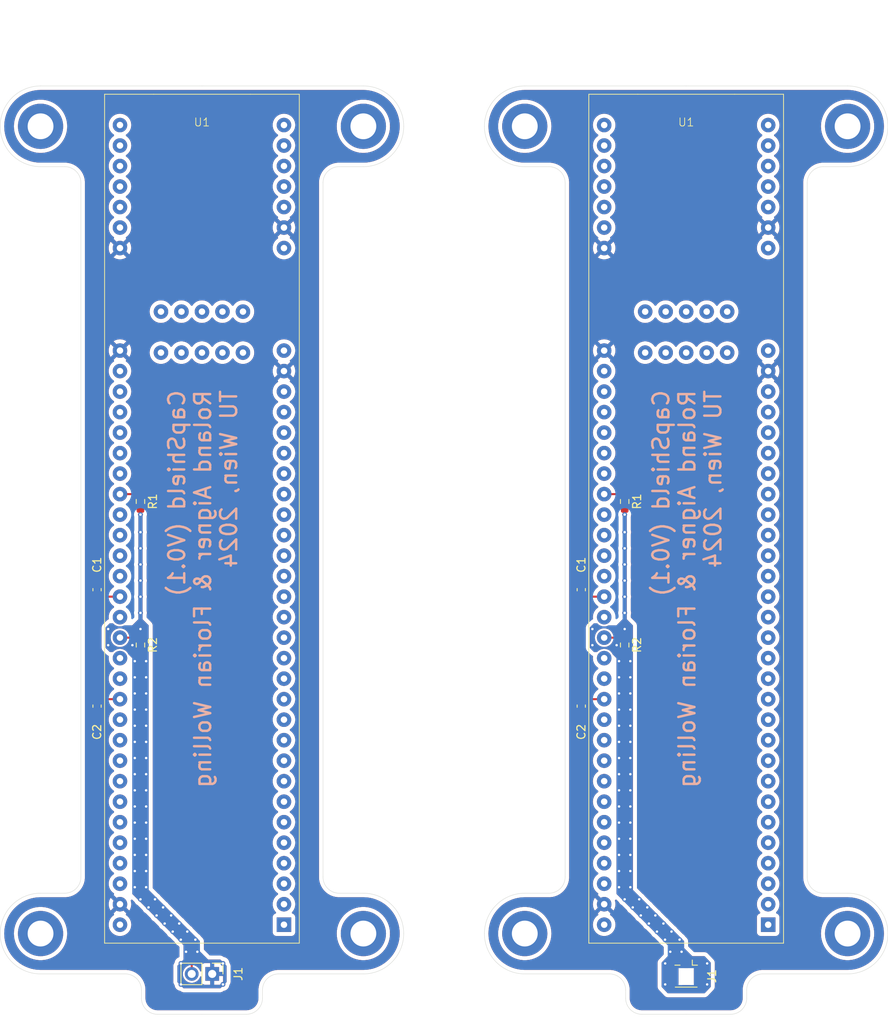
<source format=kicad_pcb>
(kicad_pcb (version 20240108) (generator "pcbnew") (generator_version "8.0")
  (layers (0 "F.Cu" signal) (31 "B.Cu" signal) (34 "B.Paste" user) (35 "F.Paste" user) (36 "B.SilkS" user "B.Silkscreen") (37 "F.SilkS" user "F.Silkscreen") (38 "B.Mask" user) (39 "F.Mask" user) (44 "Edge.Cuts" user))
  (net 0 "")
  (net 2 "Net-(U1-P3.5)")
  (net 6 "Net-(U1-P4.4)")
  (net 7 "Net-(U1-*CMOD{slash}P4.2)")
  (net 9 "GND")
  (net 64 "Net-(U1-KitProgTX{slash}P7.0)")
  (net 67 "shield")
  (net 69 "sense")
  (footprint "Capacitor_SMD:C_0603_1608Metric_Pad1.08x0.95mm_HandSolder" (layer "F.Cu") (at 92 106.8265 -90)
    (property "Reference" "C2" (at 3.2015 0 90) (layer "F.SilkS"))
    (property "Value" "10 n")
    (fp_line (start -0.146267 0.51) (end 0.146267 0.51) (stroke (width 0.12)) (layer "F.SilkS"))
    (fp_line (start -0.146267 -0.51) (end 0.146267 -0.51) (stroke (width 0.12)) (layer "F.SilkS"))
    (pad "1" smd roundrect (at -0.8625 0 270) (size 1.075 0.95) (layers "F.Cu" "F.Paste" "F.Mask") (net 64 "Net-(U1-KitProgTX{slash}P7.0)"))
    (pad "2" smd roundrect (at 0.8625 0 270) (size 1.075 0.95) (layers "F.Cu" "F.Paste" "F.Mask") (net 9 "GND"))
  )
  (footprint "MountingHole:MountingHole_3.2mm_M3_DIN965_Pad" (layer "F.Cu") (at 185 135)
    (property "Reference" "REF**" (hide yes))
    (property "Value" "MountingHole_3.2mm_M3_DIN965_Pad" (hide yes))
    (pad "1" thru_hole circle (at 0 0) (size 5.6 5.6) (drill 3.2) (layers "*.Cu" "*.Mask"))
  )
  (footprint "Resistor_SMD:R_0603_1608Metric_Pad0.98x0.95mm_HandSolder" (layer "F.Cu") (at 97.38 99.2565 90)
    (property "Reference" "R2" (at 0 1.524 90) (layer "F.SilkS"))
    (property "Value" "560")
    (fp_line (start -0.254724 -0.5225) (end 0.254724 -0.5225) (stroke (width 0.12)) (layer "F.SilkS"))
    (fp_line (start -0.254724 0.5225) (end 0.254724 0.5225) (stroke (width 0.12)) (layer "F.SilkS"))
    (pad "1" smd roundrect (at -0.9125 0 90) (size 0.975 0.95) (layers "F.Cu" "F.Paste" "F.Mask") (net 69 "sense"))
    (pad "2" smd roundrect (at 0.9125 0 90) (size 0.975 0.95) (layers "F.Cu" "F.Paste" "F.Mask") (net 6 "Net-(U1-P4.4)"))
  )
  (footprint "Capacitor_SMD:C_0603_1608Metric_Pad1.08x0.95mm_HandSolder" (layer "F.Cu") (at 152 92.4015 90)
    (property "Reference" "C1" (at 3.0735 0 90) (layer "F.SilkS"))
    (property "Value" "2.2 n")
    (fp_line (start -0.146267 -0.51) (end 0.146267 -0.51) (stroke (width 0.12)) (layer "F.SilkS"))
    (fp_line (start -0.146267 0.51) (end 0.146267 0.51) (stroke (width 0.12)) (layer "F.SilkS"))
    (pad "1" smd roundrect (at -0.8625 0 90) (size 1.075 0.95) (layers "F.Cu" "F.Paste" "F.Mask") (net 7 "Net-(U1-*CMOD{slash}P4.2)"))
    (pad "2" smd roundrect (at 0.8625 0 90) (size 1.075 0.95) (layers "F.Cu" "F.Paste" "F.Mask") (net 9 "GND"))
  )
  (footprint "Connector_Coaxial:U.FL_Hirose_U.FL-R-SMT-1_Vertical" (layer "F.Cu") (at 165 139.8 -90)
    (property "Reference" "J1" (at 0.475 -3.2 90) (layer "F.SilkS"))
    (property "Value" "Conn_01x02_Pin")
    (fp_line (start -0.885 1.4) (end -0.885 0.76) (stroke (width 0.12)) (layer "F.SilkS"))
    (fp_line (start -0.885 -0.76) (end -1.515 -0.76) (stroke (width 0.12)) (layer "F.SilkS"))
    (fp_line (start 1.835 -1.35) (end 1.835 1.35) (stroke (width 0.12)) (layer "F.SilkS"))
    (fp_line (start -0.885 -1.4) (end -0.885 -0.76) (stroke (width 0.12)) (layer "F.SilkS"))
    (pad "1" smd roundrect (at -1.05 0 270) (size 1.05 1) (layers "F.Cu" "F.Paste" "F.Mask") (net 69 "sense"))
    (pad "2" smd roundrect (at 0.475 -1.475 270) (size 2.2 1.05) (layers "F.Cu" "F.Paste" "F.Mask") (roundrect_rratio 0.2380952381) (net 67 "shield"))
    (pad "2" smd roundrect (at 0.475 1.475 270) (size 2.2 1.05) (layers "F.Cu" "F.Paste" "F.Mask") (roundrect_rratio 0.2380952381) (net 67 "shield"))
    (zone (net 0) (net_name "") (layers "*.Cu") (connect_pads (clearance 0)) (min_thickness 0.25)
      (keepout (tracks not_allowed) (vias not_allowed) (pads not_allowed) (copperpour not_allowed) (footprints allowed))
      (fill (thermal_gap 0.5) (thermal_bridge_width 0.5))
      (polygon (pts (xy 165.95 141.375) (xy 165.95 139.285) (xy 164.05 139.285) (xy 164.05 141.375)))
    )
  )
  (footprint "MountingHole:MountingHole_3.2mm_M3_DIN965_Pad" (layer "F.Cu") (at 125 35)
    (property "Reference" "REF**" (hide yes))
    (property "Value" "MountingHole_3.2mm_M3_DIN965_Pad" (hide yes))
    (pad "1" thru_hole circle (at 0 0) (size 5.6 5.6) (drill 3.2) (layers "*.Cu" "*.Mask"))
  )
  (footprint "my_footprints:CY8CKIT-043_PSoC4200M" (layer "F.Cu") (at 165 19.604 -90)
    (property "Reference" "U1" (at 14.896 0 0) (layer "F.SilkS") (effects (font (thickness 0.1))))
    (property "Value" "~" (hide yes))
    (fp_line (start 11.426 12.065) (end 116.586 12.065) (stroke (width 0.1)) (layer "F.SilkS"))
    (fp_line (start 11.426 5.995) (end 11.426 12.065) (stroke (width 0.1)) (layer "F.SilkS"))
    (fp_line (start 11.426 -5.995) (end 11.426 5.995) (stroke (width 0.1)) (layer "F.SilkS"))
    (fp_line (start 11.426 -5.995) (end 11.426 -12.065) (stroke (width 0.1)) (layer "F.SilkS"))
    (fp_line (start 11.426 -12.065) (end 116.586 -12.065) (stroke (width 0.1)) (layer "F.SilkS"))
    (fp_line (start 116.586 -12.065) (end 116.586 12.065) (stroke (width 0.1)) (layer "F.SilkS"))
    (pad "1" thru_hole rect (at 114.3 -10.16 270) (size 1.8 1.8) (drill 0.8) (layers "*.Cu" "*.Mask"))
    (pad "2" thru_hole circle (at 111.76 -10.16 270) (size 1.8 1.8) (drill 0.8) (layers "*.Cu" "*.Mask"))
    (pad "3" thru_hole circle (at 109.22 -10.16 270) (size 1.8 1.8) (drill 0.8) (layers "*.Cu" "*.Mask"))
    (pad "4" thru_hole circle (at 106.68 -10.16 270) (size 1.8 1.8) (drill 0.8) (layers "*.Cu" "*.Mask"))
    (pad "5" thru_hole circle (at 104.14 -10.16 270) (size 1.8 1.8) (drill 0.8) (layers "*.Cu" "*.Mask"))
    (pad "6" thru_hole circle (at 101.6 -10.16 270) (size 1.8 1.8) (drill 0.8) (layers "*.Cu" "*.Mask"))
    (pad "7" thru_hole circle (at 99.06 -10.16 270) (size 1.8 1.8) (drill 0.8) (layers "*.Cu" "*.Mask"))
    (pad "8" thru_hole circle (at 96.52 -10.16 270) (size 1.8 1.8) (drill 0.8) (layers "*.Cu" "*.Mask"))
    (pad "9" thru_hole circle (at 93.98 -10.16 270) (size 1.8 1.8) (drill 0.8) (layers "*.Cu" "*.Mask"))
    (pad "10" thru_hole circle (at 91.44 -10.16 270) (size 1.8 1.8) (drill 0.8) (layers "*.Cu" "*.Mask"))
    (pad "11" thru_hole circle (at 88.9 -10.16 270) (size 1.8 1.8) (drill 0.8) (layers "*.Cu" "*.Mask"))
    (pad "12" thru_hole circle (at 86.36 -10.16 270) (size 1.8 1.8) (drill 0.8) (layers "*.Cu" "*.Mask"))
    (pad "13" thru_hole circle (at 83.82 -10.16 270) (size 1.8 1.8) (drill 0.8) (layers "*.Cu" "*.Mask"))
    (pad "14" thru_hole circle (at 81.28 -10.16 270) (size 1.8 1.8) (drill 0.8) (layers "*.Cu" "*.Mask"))
    (pad "15" thru_hole circle (at 78.74 -10.16 270) (size 1.8 1.8) (drill 0.8) (layers "*.Cu" "*.Mask"))
    (pad "16" thru_hole circle (at 76.2 -10.16 270) (size 1.8 1.8) (drill 0.8) (layers "*.Cu" "*.Mask"))
    (pad "17" thru_hole circle (at 73.66 -10.16 270) (size 1.8 1.8) (drill 0.8) (layers "*.Cu" "*.Mask"))
    (pad "18" thru_hole circle (at 71.12 -10.16 270) (size 1.8 1.8) (drill 0.8) (layers "*.Cu" "*.Mask"))
    (pad "19" thru_hole circle (at 68.58 -10.16 270) (size 1.8 1.8) (drill 0.8) (layers "*.Cu" "*.Mask"))
    (pad "20" thru_hole circle (at 66.04 -10.16 270) (size 1.8 1.8) (drill 0.8) (layers "*.Cu" "*.Mask"))
    (pad "21" thru_hole circle (at 63.5 -10.16 270) (size 1.8 1.8) (drill 0.8) (layers "*.Cu" "*.Mask"))
    (pad "22" thru_hole circle (at 60.96 -10.16 270) (size 1.8 1.8) (drill 0.8) (layers "*.Cu" "*.Mask"))
    (pad "23" thru_hole circle (at 58.42 -10.16 270) (size 1.8 1.8) (drill 0.8) (layers "*.Cu" "*.Mask"))
    (pad "24" thru_hole circle (at 55.88 -10.16 270) (size 1.8 1.8) (drill 0.8) (layers "*.Cu" "*.Mask"))
    (pad "25" thru_hole circle (at 53.34 -10.16 270) (size 1.8 1.8) (drill 0.8) (layers "*.Cu" "*.Mask"))
    (pad "26" thru_hole circle (at 50.8 -10.16 270) (size 1.8 1.8) (drill 0.8) (layers "*.Cu" "*.Mask"))
    (pad "27" thru_hole circle (at 48.26 -10.16 270) (size 1.8 1.8) (drill 0.8) (layers "*.Cu" "*.Mask"))
    (pad "28" thru_hole circle (at 45.72 -10.16 270) (size 1.8 1.8) (drill 0.8) (layers "*.Cu" "*.Mask") (net 9 "GND"))
    (pad "29" thru_hole circle (at 43.18 -10.16 270) (size 1.8 1.8) (drill 0.8) (layers "*.Cu" "*.Mask"))
    (pad "30" thru_hole circle (at 30.48 -10.16 270) (size 1.8 1.8) (drill 0.8) (layers "*.Cu" "*.Mask"))
    (pad "31" thru_hole circle (at 27.94 -10.16 270) (size 1.8 1.8) (drill 0.8) (layers "*.Cu" "*.Mask") (net 9 "GND"))
    (pad "32" thru_hole circle (at 25.4 -10.16 270) (size 1.8 1.8) (drill 0.8) (layers "*.Cu" "*.Mask"))
    (pad "33" thru_hole circle (at 22.86 -10.16 270) (size 1.8 1.8) (drill 0.8) (layers "*.Cu" "*.Mask"))
    (pad "34" thru_hole circle (at 20.32 -10.16 270) (size 1.8 1.8) (drill 0.8) (layers "*.Cu" "*.Mask"))
    (pad "35" thru_hole circle (at 17.78 -10.16 270) (size 1.8 1.8) (drill 0.8) (layers "*.Cu" "*.Mask"))
    (pad "36" thru_hole circle (at 15.24 -10.16 270) (size 1.8 1.8) (drill 0.8) (layers "*.Cu" "*.Mask"))
    (pad "37" thru_hole circle (at 15.24 10.16 270) (size 1.8 1.8) (drill 0.8) (layers "*.Cu" "*.Mask"))
    (pad "38" thru_hole circle (at 17.78 10.16 270) (size 1.8 1.8) (drill 0.8) (layers "*.Cu" "*.Mask"))
    (pad "39" thru_hole circle (at 20.32 10.16 270) (size 1.8 1.8) (drill 0.8) (layers "*.Cu" "*.Mask"))
    (pad "40" thru_hole circle (at 22.86 10.16 270) (size 1.8 1.8) (drill 0.8) (layers "*.Cu" "*.Mask"))
    (pad "41" thru_hole circle (at 25.4 10.16 270) (size 1.8 1.8) (drill 0.8) (layers "*.Cu" "*.Mask"))
    (pad "42" thru_hole circle (at 27.94 10.16 270) (size 1.8 1.8) (drill 0.8) (layers "*.Cu" "*.Mask"))
    (pad "43" thru_hole circle (at 30.48 10.16 270) (size 1.8 1.8) (drill 0.8) (layers "*.Cu" "*.Mask") (net 9 "GND"))
    (pad "44" thru_hole circle (at 43.18 10.16 270) (size 1.8 1.8) (drill 0.8) (layers "*.Cu" "*.Mask") (net 9 "GND"))
    (pad "45" thru_hole circle (at 45.72 10.16 270) (size 1.8 1.8) (drill 0.8) (layers "*.Cu" "*.Mask"))
    (pad "46" thru_hole circle (at 48.26 10.16 270) (size 1.8 1.8) (drill 0.8) (layers "*.Cu" "*.Mask"))
    (pad "47" thru_hole circle (at 50.8 10.16 270) (size 1.8 1.8) (drill 0.8) (layers "*.Cu" "*.Mask"))
    (pad "48" thru_hole circle (at 53.34 10.16 270) (size 1.8 1.8) (drill 0.8) (layers "*.Cu" "*.Mask"))
    (pad "49" thru_hole circle (at 55.88 10.16 270) (size 1.8 1.8) (drill 0.8) (layers "*.Cu" "*.Mask"))
    (pad "50" thru_hole circle (at 58.42 10.16 270) (size 1.8 1.8) (drill 0.8) (layers "*.Cu" "*.Mask"))
    (pad "51" thru_hole circle (at 60.96 10.16 270) (size 1.8 1.8) (drill 0.8) (layers "*.Cu" "*.Mask") (net 2 "Net-(U1-P3.5)"))
    (pad "52" thru_hole circle (at 63.5 10.16 270) (size 1.8 1.8) (drill 0.8) (layers "*.Cu" "*.Mask"))
    (pad "53" thru_hole circle (at 66.04 10.16 270) (size 1.8 1.8) (drill 0.8) (layers "*.Cu" "*.Mask"))
    (pad "54" thru_hole circle (at 68.58 10.16 270) (size 1.8 1.8) (drill 0.8) (layers "*.Cu" "*.Mask"))
    (pad "55" thru_hole circle (at 71.12 10.16 270) (size 1.8 1.8) (drill 0.8) (layers "*.Cu" "*.Mask"))
    (pad "56" thru_hole circle (at 73.66 10.16 270) (size 1.8 1.8) (drill 0.8) (layers "*.Cu" "*.Mask") (net 7 "Net-(U1-*CMOD{slash}P4.2)"))
    (pad "57" thru_hole circle (at 76.2 10.16 270) (size 1.8 1.8) (drill 0.8) (layers "*.Cu" "*.Mask"))
    (pad "58" thru_hole circle (at 78.74 10.16 270) (size 1.8 1.8) (drill 0.8) (layers "*.Cu" "*.Mask") (net 6 "Net-(U1-P4.4)"))
    (pad "59" thru_hole circle (at 81.28 10.16 270) (size 1.8 1.8) (drill 0.8) (layers "*.Cu" "*.Mask"))
    (pad "60" thru_hole circle (at 83.82 10.16 270) (size 1.8 1.8) (drill 0.8) (layers "*.Cu" "*.Mask"))
    (pad "61" thru_hole circle (at 86.36 10.16 270) (size 1.8 1.8) (drill 0.8) (layers "*.Cu" "*.Mask") (net 64 "Net-(U1-KitProgTX{slash}P7.0)"))
    (pad "62" thru_hole circle (at 88.9 10.16 270) (size 1.8 1.8) (drill 0.8) (layers "*.Cu" "*.Mask"))
    (pad "63" thru_hole circle (at 91.44 10.16 270) (size 1.8 1.8) (drill 0.8) (layers "*.Cu" "*.Mask"))
    (pad "64" thru_hole circle (at 93.98 10.16 270) (size 1.8 1.8) (drill 0.8) (layers "*.Cu" "*.Mask"))
    (pad "65" thru_hole circle (at 96.52 10.16 270) (size 1.8 1.8) (drill 0.8) (layers "*.Cu" "*.Mask"))
    (pad "66" thru_hole circle (at 99.06 10.16 270) (size 1.8 1.8) (drill 0.8) (layers "*.Cu" "*.Mask"))
    (pad "67" thru_hole circle (at 101.6 10.16 270) (size 1.8 1.8) (drill 0.8) (layers "*.Cu" "*.Mask"))
    (pad "68" thru_hole circle (at 104.14 10.16 270) (size 1.8 1.8) (drill 0.8) (layers "*.Cu" "*.Mask"))
    (pad "69" thru_hole circle (at 106.68 10.16 270) (size 1.8 1.8) (drill 0.8) (layers "*.Cu" "*.Mask"))
    (pad "70" thru_hole circle (at 109.22 10.16 270) (size 1.8 1.8) (drill 0.8) (layers "*.Cu" "*.Mask"))
    (pad "71" thru_hole circle (at 111.76 10.16 270) (size 1.8 1.8) (drill 0.8) (layers "*.Cu" "*.Mask") (net 9 "GND"))
    (pad "72" thru_hole circle (at 114.3 10.16 270) (size 1.8 1.8) (drill 0.8) (layers "*.Cu" "*.Mask"))
    (pad "73" thru_hole circle (at 38.354 -5.08 180) (size 1.8 1.8) (drill 0.8) (layers "*.Cu" "*.Mask"))
    (pad "74" thru_hole circle (at 38.354 -2.54 180) (size 1.8 1.8) (drill 0.8) (layers "*.Cu" "*.Mask"))
    (pad "75" thru_hole circle (at 38.354 0 180) (size 1.8 1.8) (drill 0.8) (layers "*.Cu" "*.Mask"))
    (pad "76" thru_hole circle (at 38.354 2.54 180) (size 1.8 1.8) (drill 0.8) (layers "*.Cu" "*.Mask"))
    (pad "77" thru_hole circle (at 38.354 5.08 180) (size 1.8 1.8) (drill 0.8) (layers "*.Cu" "*.Mask"))
    (pad "78" thru_hole circle (at 43.434 5.08 180) (size 1.8 1.8) (drill 0.8) (layers "*.Cu" "*.Mask"))
    (pad "79" thru_hole circle (at 43.434 2.54 180) (size 1.8 1.8) (drill 0.8) (layers "*.Cu" "*.Mask"))
    (pad "80" thru_hole circle (at 43.434 0 180) (size 1.8 1.8) (drill 0.8) (layers "*.Cu" "*.Mask"))
    (pad "81" thru_hole circle (at 43.434 -2.54 180) (size 1.8 1.8) (drill 0.8) (layers "*.Cu" "*.Mask"))
    (pad "82" thru_hole circle (at 43.434 -5.08 180) (size 1.8 1.8) (drill 0.8) (layers "*.Cu" "*.Mask"))
  )
  (footprint "MountingHole:MountingHole_3.2mm_M3_DIN965_Pad" (layer "F.Cu") (at 145 35)
    (property "Reference" "REF**" (hide yes))
    (property "Value" "MountingHole_3.2mm_M3_DIN965_Pad" (hide yes))
    (pad "1" thru_hole circle (at 0 0) (size 5.6 5.6) (drill 3.2) (layers "*.Cu" "*.Mask"))
  )
  (footprint "MountingHole:MountingHole_3.2mm_M3_DIN965_Pad" (layer "F.Cu") (at 85 135)
    (property "Reference" "REF**" (hide yes))
    (property "Value" "MountingHole_3.2mm_M3_DIN965_Pad" (hide yes))
    (pad "1" thru_hole circle (at 0 0) (size 5.6 5.6) (drill 3.2) (layers "*.Cu" "*.Mask"))
  )
  (footprint "MountingHole:MountingHole_3.2mm_M3_DIN965_Pad" (layer "F.Cu") (at 145 135)
    (property "Reference" "REF**" (hide yes))
    (property "Value" "MountingHole_3.2mm_M3_DIN965_Pad" (hide yes))
    (pad "1" thru_hole circle (at 0 0) (size 5.6 5.6) (drill 3.2) (layers "*.Cu" "*.Mask"))
  )
  (footprint "Capacitor_SMD:C_0603_1608Metric_Pad1.08x0.95mm_HandSolder" (layer "F.Cu") (at 152 106.8265 -90)
    (property "Reference" "C2" (at 3.2015 0 90) (layer "F.SilkS"))
    (property "Value" "10 n")
    (fp_line (start -0.146267 0.51) (end 0.146267 0.51) (stroke (width 0.12)) (layer "F.SilkS"))
    (fp_line (start -0.146267 -0.51) (end 0.146267 -0.51) (stroke (width 0.12)) (layer "F.SilkS"))
    (pad "1" smd roundrect (at -0.8625 0 270) (size 1.075 0.95) (layers "F.Cu" "F.Paste" "F.Mask") (net 64 "Net-(U1-KitProgTX{slash}P7.0)"))
    (pad "2" smd roundrect (at 0.8625 0 270) (size 1.075 0.95) (layers "F.Cu" "F.Paste" "F.Mask") (net 9 "GND"))
  )
  (footprint "MountingHole:MountingHole_3.2mm_M3_DIN965_Pad" (layer "F.Cu") (at 85 35)
    (property "Reference" "REF**" (hide yes))
    (property "Value" "MountingHole_3.2mm_M3_DIN965_Pad" (hide yes))
    (pad "1" thru_hole circle (at 0 0) (size 5.6 5.6) (drill 3.2) (layers "*.Cu" "*.Mask"))
  )
  (footprint "Resistor_SMD:R_0603_1608Metric_Pad0.98x0.95mm_HandSolder" (layer "F.Cu") (at 97.38 81.4765 90)
    (property "Reference" "R1" (at 0 1.524 90) (layer "F.SilkS"))
    (property "Value" "560")
    (fp_line (start -0.254724 -0.5225) (end 0.254724 -0.5225) (stroke (width 0.12)) (layer "F.SilkS"))
    (fp_line (start -0.254724 0.5225) (end 0.254724 0.5225) (stroke (width 0.12)) (layer "F.SilkS"))
    (pad "1" smd roundrect (at -0.9125 0 90) (size 0.975 0.95) (layers "F.Cu" "F.Paste" "F.Mask") (net 67 "shield"))
    (pad "2" smd roundrect (at 0.9125 0 90) (size 0.975 0.95) (layers "F.Cu" "F.Paste" "F.Mask") (net 2 "Net-(U1-P3.5)"))
  )
  (footprint "Capacitor_SMD:C_0603_1608Metric_Pad1.08x0.95mm_HandSolder" (layer "F.Cu") (at 92 92.4015 90)
    (property "Reference" "C1" (at 3.0735 0 90) (layer "F.SilkS"))
    (property "Value" "2.2 n")
    (fp_line (start -0.146267 -0.51) (end 0.146267 -0.51) (stroke (width 0.12)) (layer "F.SilkS"))
    (fp_line (start -0.146267 0.51) (end 0.146267 0.51) (stroke (width 0.12)) (layer "F.SilkS"))
    (pad "1" smd roundrect (at -0.8625 0 90) (size 1.075 0.95) (layers "F.Cu" "F.Paste" "F.Mask") (net 7 "Net-(U1-*CMOD{slash}P4.2)"))
    (pad "2" smd roundrect (at 0.8625 0 90) (size 1.075 0.95) (layers "F.Cu" "F.Paste" "F.Mask") (net 9 "GND"))
  )
  (footprint "Connector_PinHeader_2.54mm:PinHeader_1x02_P2.54mm_Vertical" (layer "F.Cu") (at 106.27 140 -90)
    (property "Reference" "J1" (at 0 -3.23 90) (layer "F.SilkS"))
    (property "Value" "Conn_01x02_Pin")
    (fp_line (start -1.33 3.87) (end 1.33 3.87) (stroke (width 0.12)) (layer "F.SilkS"))
    (fp_line (start -1.33 1.27) (end -1.33 3.87) (stroke (width 0.12)) (layer "F.SilkS"))
    (fp_line (start -1.33 1.27) (end 1.33 1.27) (stroke (width 0.12)) (layer "F.SilkS"))
    (fp_line (start 1.33 1.27) (end 1.33 3.87) (stroke (width 0.12)) (layer "F.SilkS"))
    (fp_line (start -1.33 0) (end -1.33 -1.33) (stroke (width 0.12)) (layer "F.SilkS"))
    (fp_line (start -1.33 -1.33) (end 0 -1.33) (stroke (width 0.12)) (layer "F.SilkS"))
    (pad "1" thru_hole rect (at 0 0 270) (size 1.7 1.7) (drill 1) (layers "*.Cu" "*.Mask") (net 67 "shield"))
    (pad "2" thru_hole oval (at 0 2.54 270) (size 1.7 1.7) (drill 1) (layers "*.Cu" "*.Mask") (net 69 "sense"))
  )
  (footprint "Resistor_SMD:R_0603_1608Metric_Pad0.98x0.95mm_HandSolder" (layer "F.Cu") (at 157.38 99.2565 90)
    (property "Reference" "R2" (at 0 1.524 90) (layer "F.SilkS"))
    (property "Value" "560")
    (fp_line (start -0.254724 -0.5225) (end 0.254724 -0.5225) (stroke (width 0.12)) (layer "F.SilkS"))
    (fp_line (start -0.254724 0.5225) (end 0.254724 0.5225) (stroke (width 0.12)) (layer "F.SilkS"))
    (pad "1" smd roundrect (at -0.9125 0 90) (size 0.975 0.95) (layers "F.Cu" "F.Paste" "F.Mask") (net 69 "sense"))
    (pad "2" smd roundrect (at 0.9125 0 90) (size 0.975 0.95) (layers "F.Cu" "F.Paste" "F.Mask") (net 6 "Net-(U1-P4.4)"))
  )
  (footprint "MountingHole:MountingHole_3.2mm_M3_DIN965_Pad" (layer "F.Cu") (at 125 135)
    (property "Reference" "REF**" (hide yes))
    (property "Value" "MountingHole_3.2mm_M3_DIN965_Pad" (hide yes))
    (pad "1" thru_hole circle (at 0 0) (size 5.6 5.6) (drill 3.2) (layers "*.Cu" "*.Mask"))
  )
  (footprint "Resistor_SMD:R_0603_1608Metric_Pad0.98x0.95mm_HandSolder" (layer "F.Cu") (at 157.38 81.4765 90)
    (property "Reference" "R1" (at 0 1.524 90) (layer "F.SilkS"))
    (property "Value" "560")
    (fp_line (start -0.254724 -0.5225) (end 0.254724 -0.5225) (stroke (width 0.12)) (layer "F.SilkS"))
    (fp_line (start -0.254724 0.5225) (end 0.254724 0.5225) (stroke (width 0.12)) (layer "F.SilkS"))
    (pad "1" smd roundrect (at -0.9125 0 90) (size 0.975 0.95) (layers "F.Cu" "F.Paste" "F.Mask") (net 67 "shield"))
    (pad "2" smd roundrect (at 0.9125 0 90) (size 0.975 0.95) (layers "F.Cu" "F.Paste" "F.Mask") (net 2 "Net-(U1-P3.5)"))
  )
  (footprint "MountingHole:MountingHole_3.2mm_M3_DIN965_Pad" (layer "F.Cu") (at 185 35)
    (property "Reference" "REF**" (hide yes))
    (property "Value" "MountingHole_3.2mm_M3_DIN965_Pad" (hide yes))
    (pad "1" thru_hole circle (at 0 0) (size 5.6 5.6) (drill 3.2) (layers "*.Cu" "*.Mask"))
  )
  (footprint "my_footprints:CY8CKIT-043_PSoC4200M" (layer "F.Cu") (at 105 19.604 -90)
    (property "Reference" "U1" (at 14.896 0 0) (layer "F.SilkS") (effects (font (thickness 0.1))))
    (property "Value" "~" (hide yes))
    (fp_line (start 11.426 12.065) (end 116.586 12.065) (stroke (width 0.1)) (layer "F.SilkS"))
    (fp_line (start 11.426 5.995) (end 11.426 12.065) (stroke (width 0.1)) (layer "F.SilkS"))
    (fp_line (start 11.426 -5.995) (end 11.426 5.995) (stroke (width 0.1)) (layer "F.SilkS"))
    (fp_line (start 11.426 -5.995) (end 11.426 -12.065) (stroke (width 0.1)) (layer "F.SilkS"))
    (fp_line (start 11.426 -12.065) (end 116.586 -12.065) (stroke (width 0.1)) (layer "F.SilkS"))
    (fp_line (start 116.586 -12.065) (end 116.586 12.065) (stroke (width 0.1)) (layer "F.SilkS"))
    (pad "1" thru_hole rect (at 114.3 -10.16 270) (size 1.8 1.8) (drill 0.8) (layers "*.Cu" "*.Mask"))
    (pad "2" thru_hole circle (at 111.76 -10.16 270) (size 1.8 1.8) (drill 0.8) (layers "*.Cu" "*.Mask"))
    (pad "3" thru_hole circle (at 109.22 -10.16 270) (size 1.8 1.8) (drill 0.8) (layers "*.Cu" "*.Mask"))
    (pad "4" thru_hole circle (at 106.68 -10.16 270) (size 1.8 1.8) (drill 0.8) (layers "*.Cu" "*.Mask"))
    (pad "5" thru_hole circle (at 104.14 -10.16 270) (size 1.8 1.8) (drill 0.8) (layers "*.Cu" "*.Mask"))
    (pad "6" thru_hole circle (at 101.6 -10.16 270) (size 1.8 1.8) (drill 0.8) (layers "*.Cu" "*.Mask"))
    (pad "7" thru_hole circle (at 99.06 -10.16 270) (size 1.8 1.8) (drill 0.8) (layers "*.Cu" "*.Mask"))
    (pad "8" thru_hole circle (at 96.52 -10.16 270) (size 1.8 1.8) (drill 0.8) (layers "*.Cu" "*.Mask"))
    (pad "9" thru_hole circle (at 93.98 -10.16 270) (size 1.8 1.8) (drill 0.8) (layers "*.Cu" "*.Mask"))
    (pad "10" thru_hole circle (at 91.44 -10.16 270) (size 1.8 1.8) (drill 0.8) (layers "*.Cu" "*.Mask"))
    (pad "11" thru_hole circle (at 88.9 -10.16 270) (size 1.8 1.8) (drill 0.8) (layers "*.Cu" "*.Mask"))
    (pad "12" thru_hole circle (at 86.36 -10.16 270) (size 1.8 1.8) (drill 0.8) (layers "*.Cu" "*.Mask"))
    (pad "13" thru_hole circle (at 83.82 -10.16 270) (size 1.8 1.8) (drill 0.8) (layers "*.Cu" "*.Mask"))
    (pad "14" thru_hole circle (at 81.28 -10.16 270) (size 1.8 1.8) (drill 0.8) (layers "*.Cu" "*.Mask"))
    (pad "15" thru_hole circle (at 78.74 -10.16 270) (size 1.8 1.8) (drill 0.8) (layers "*.Cu" "*.Mask"))
    (pad "16" thru_hole circle (at 76.2 -10.16 270) (size 1.8 1.8) (drill 0.8) (layers "*.Cu" "*.Mask"))
    (pad "17" thru_hole circle (at 73.66 -10.16 270) (size 1.8 1.8) (drill 0.8) (layers "*.Cu" "*.Mask"))
    (pad "18" thru_hole circle (at 71.12 -10.16 270) (size 1.8 1.8) (drill 0.8) (layers "*.Cu" "*.Mask"))
    (pad "19" thru_hole circle (at 68.58 -10.16 270) (size 1.8 1.8) (drill 0.8) (layers "*.Cu" "*.Mask"))
    (pad "20" thru_hole circle (at 66.04 -10.16 270) (size 1.8 1.8) (drill 0.8) (layers "*.Cu" "*.Mask"))
    (pad "21" thru_hole circle (at 63.5 -10.16 270) (size 1.8 1.8) (drill 0.8) (layers "*.Cu" "*.Mask"))
    (pad "22" thru_hole circle (at 60.96 -10.16 270) (size 1.8 1.8) (drill 0.8) (layers "*.Cu" "*.Mask"))
    (pad "23" thru_hole circle (at 58.42 -10.16 270) (size 1.8 1.8) (drill 0.8) (layers "*.Cu" "*.Mask"))
    (pad "24" thru_hole circle (at 55.88 -10.16 270) (size 1.8 1.8) (drill 0.8) (layers "*.Cu" "*.Mask"))
    (pad "25" thru_hole circle (at 53.34 -10.16 270) (size 1.8 1.8) (drill 0.8) (layers "*.Cu" "*.Mask"))
    (pad "26" thru_hole circle (at 50.8 -10.16 270) (size 1.8 1.8) (drill 0.8) (layers "*.Cu" "*.Mask"))
    (pad "27" thru_hole circle (at 48.26 -10.16 270) (size 1.8 1.8) (drill 0.8) (layers "*.Cu" "*.Mask"))
    (pad "28" thru_hole circle (at 45.72 -10.16 270) (size 1.8 1.8) (drill 0.8) (layers "*.Cu" "*.Mask") (net 9 "GND"))
    (pad "29" thru_hole circle (at 43.18 -10.16 270) (size 1.8 1.8) (drill 0.8) (layers "*.Cu" "*.Mask"))
    (pad "30" thru_hole circle (at 30.48 -10.16 270) (size 1.8 1.8) (drill 0.8) (layers "*.Cu" "*.Mask"))
    (pad "31" thru_hole circle (at 27.94 -10.16 270) (size 1.8 1.8) (drill 0.8) (layers "*.Cu" "*.Mask") (net 9 "GND"))
    (pad "32" thru_hole circle (at 25.4 -10.16 270) (size 1.8 1.8) (drill 0.8) (layers "*.Cu" "*.Mask"))
    (pad "33" thru_hole circle (at 22.86 -10.16 270) (size 1.8 1.8) (drill 0.8) (layers "*.Cu" "*.Mask"))
    (pad "34" thru_hole circle (at 20.32 -10.16 270) (size 1.8 1.8) (drill 0.8) (layers "*.Cu" "*.Mask"))
    (pad "35" thru_hole circle (at 17.78 -10.16 270) (size 1.8 1.8) (drill 0.8) (layers "*.Cu" "*.Mask"))
    (pad "36" thru_hole circle (at 15.24 -10.16 270) (size 1.8 1.8) (drill 0.8) (layers "*.Cu" "*.Mask"))
    (pad "37" thru_hole circle (at 15.24 10.16 270) (size 1.8 1.8) (drill 0.8) (layers "*.Cu" "*.Mask"))
    (pad "38" thru_hole circle (at 17.78 10.16 270) (size 1.8 1.8) (drill 0.8) (layers "*.Cu" "*.Mask"))
    (pad "39" thru_hole circle (at 20.32 10.16 270) (size 1.8 1.8) (drill 0.8) (layers "*.Cu" "*.Mask"))
    (pad "40" thru_hole circle (at 22.86 10.16 270) (size 1.8 1.8) (drill 0.8) (layers "*.Cu" "*.Mask"))
    (pad "41" thru_hole circle (at 25.4 10.16 270) (size 1.8 1.8) (drill 0.8) (layers "*.Cu" "*.Mask"))
    (pad "42" thru_hole circle (at 27.94 10.16 270) (size 1.8 1.8) (drill 0.8) (layers "*.Cu" "*.Mask"))
    (pad "43" thru_hole circle (at 30.48 10.16 270) (size 1.8 1.8) (drill 0.8) (layers "*.Cu" "*.Mask") (net 9 "GND"))
    (pad "44" thru_hole circle (at 43.18 10.16 270) (size 1.8 1.8) (drill 0.8) (layers "*.Cu" "*.Mask") (net 9 "GND"))
    (pad "45" thru_hole circle (at 45.72 10.16 270) (size 1.8 1.8) (drill 0.8) (layers "*.Cu" "*.Mask"))
    (pad "46" thru_hole circle (at 48.26 10.16 270) (size 1.8 1.8) (drill 0.8) (layers "*.Cu" "*.Mask"))
    (pad "47" thru_hole circle (at 50.8 10.16 270) (size 1.8 1.8) (drill 0.8) (layers "*.Cu" "*.Mask"))
    (pad "48" thru_hole circle (at 53.34 10.16 270) (size 1.8 1.8) (drill 0.8) (layers "*.Cu" "*.Mask"))
    (pad "49" thru_hole circle (at 55.88 10.16 270) (size 1.8 1.8) (drill 0.8) (layers "*.Cu" "*.Mask"))
    (pad "50" thru_hole circle (at 58.42 10.16 270) (size 1.8 1.8) (drill 0.8) (layers "*.Cu" "*.Mask"))
    (pad "51" thru_hole circle (at 60.96 10.16 270) (size 1.8 1.8) (drill 0.8) (layers "*.Cu" "*.Mask") (net 2 "Net-(U1-P3.5)"))
    (pad "52" thru_hole circle (at 63.5 10.16 270) (size 1.8 1.8) (drill 0.8) (layers "*.Cu" "*.Mask"))
    (pad "53" thru_hole circle (at 66.04 10.16 270) (size 1.8 1.8) (drill 0.8) (layers "*.Cu" "*.Mask"))
    (pad "54" thru_hole circle (at 68.58 10.16 270) (size 1.8 1.8) (drill 0.8) (layers "*.Cu" "*.Mask"))
    (pad "55" thru_hole circle (at 71.12 10.16 270) (size 1.8 1.8) (drill 0.8) (layers "*.Cu" "*.Mask"))
    (pad "56" thru_hole circle (at 73.66 10.16 270) (size 1.8 1.8) (drill 0.8) (layers "*.Cu" "*.Mask") (net 7 "Net-(U1-*CMOD{slash}P4.2)"))
    (pad "57" thru_hole circle (at 76.2 10.16 270) (size 1.8 1.8) (drill 0.8) (layers "*.Cu" "*.Mask"))
    (pad "58" thru_hole circle (at 78.74 10.16 270) (size 1.8 1.8) (drill 0.8) (layers "*.Cu" "*.Mask") (net 6 "Net-(U1-P4.4)"))
    (pad "59" thru_hole circle (at 81.28 10.16 270) (size 1.8 1.8) (drill 0.8) (layers "*.Cu" "*.Mask"))
    (pad "60" thru_hole circle (at 83.82 10.16 270) (size 1.8 1.8) (drill 0.8) (layers "*.Cu" "*.Mask"))
    (pad "61" thru_hole circle (at 86.36 10.16 270) (size 1.8 1.8) (drill 0.8) (layers "*.Cu" "*.Mask") (net 64 "Net-(U1-KitProgTX{slash}P7.0)"))
    (pad "62" thru_hole circle (at 88.9 10.16 270) (size 1.8 1.8) (drill 0.8) (layers "*.Cu" "*.Mask"))
    (pad "63" thru_hole circle (at 91.44 10.16 270) (size 1.8 1.8) (drill 0.8) (layers "*.Cu" "*.Mask"))
    (pad "64" thru_hole circle (at 93.98 10.16 270) (size 1.8 1.8) (drill 0.8) (layers "*.Cu" "*.Mask"))
    (pad "65" thru_hole circle (at 96.52 10.16 270) (size 1.8 1.8) (drill 0.8) (layers "*.Cu" "*.Mask"))
    (pad "66" thru_hole circle (at 99.06 10.16 270) (size 1.8 1.8) (drill 0.8) (layers "*.Cu" "*.Mask"))
    (pad "67" thru_hole circle (at 101.6 10.16 270) (size 1.8 1.8) (drill 0.8) (layers "*.Cu" "*.Mask"))
    (pad "68" thru_hole circle (at 104.14 10.16 270) (size 1.8 1.8) (drill 0.8) (layers "*.Cu" "*.Mask"))
    (pad "69" thru_hole circle (at 106.68 10.16 270) (size 1.8 1.8) (drill 0.8) (layers "*.Cu" "*.Mask"))
    (pad "70" thru_hole circle (at 109.22 10.16 270) (size 1.8 1.8) (drill 0.8) (layers "*.Cu" "*.Mask"))
    (pad "71" thru_hole circle (at 111.76 10.16 270) (size 1.8 1.8) (drill 0.8) (layers "*.Cu" "*.Mask") (net 9 "GND"))
    (pad "72" thru_hole circle (at 114.3 10.16 270) (size 1.8 1.8) (drill 0.8) (layers "*.Cu" "*.Mask"))
    (pad "73" thru_hole circle (at 38.354 -5.08 180) (size 1.8 1.8) (drill 0.8) (layers "*.Cu" "*.Mask"))
    (pad "74" thru_hole circle (at 38.354 -2.54 180) (size 1.8 1.8) (drill 0.8) (layers "*.Cu" "*.Mask"))
    (pad "75" thru_hole circle (at 38.354 0 180) (size 1.8 1.8) (drill 0.8) (layers "*.Cu" "*.Mask"))
    (pad "76" thru_hole circle (at 38.354 2.54 180) (size 1.8 1.8) (drill 0.8) (layers "*.Cu" "*.Mask"))
    (pad "77" thru_hole circle (at 38.354 5.08 180) (size 1.8 1.8) (drill 0.8) (layers "*.Cu" "*.Mask"))
    (pad "78" thru_hole circle (at 43.434 5.08 180) (size 1.8 1.8) (drill 0.8) (layers "*.Cu" "*.Mask"))
    (pad "79" thru_hole circle (at 43.434 2.54 180) (size 1.8 1.8) (drill 0.8) (layers "*.Cu" "*.Mask"))
    (pad "80" thru_hole circle (at 43.434 0 180) (size 1.8 1.8) (drill 0.8) (layers "*.Cu" "*.Mask"))
    (pad "81" thru_hole circle (at 43.434 -2.54 180) (size 1.8 1.8) (drill 0.8) (layers "*.Cu" "*.Mask"))
    (pad "82" thru_hole circle (at 43.434 -5.08 180) (size 1.8 1.8) (drill 0.8) (layers "*.Cu" "*.Mask"))
  )
  (gr_line (start 150 42) (end 150 128) (stroke (width 0.05)) (layer "Edge.Cuts"))
  (gr_arc (start 180 42) (mid 180.585786 40.585786) (end 182 40) (stroke (width 0.05)) (layer "Edge.Cuts"))
  (gr_arc (start 95.5 140) (mid 96.914214 140.585786) (end 97.5 142) (stroke (width 0.05)) (layer "Edge.Cuts"))
  (gr_line (start 159.5 145) (end 165 145) (stroke (width 0.05)) (layer "Edge.Cuts"))
  (gr_arc (start 85 140) (mid 81.464466 138.535534) (end 80 135) (stroke (width 0.05)) (layer "Edge.Cuts"))
  (gr_arc (start 190 35) (mid 188.535534 38.535534) (end 185 40) (stroke (width 0.05)) (layer "Edge.Cuts"))
  (gr_arc (start 190 135) (mid 188.535534 138.535534) (end 185 140) (stroke (width 0.05)) (layer "Edge.Cuts"))
  (gr_arc (start 185 130) (mid 188.535534 131.464466) (end 190 135) (stroke (width 0.05)) (layer "Edge.Cuts"))
  (gr_arc (start 145 140) (mid 141.464466 138.535534) (end 140 135) (stroke (width 0.05)) (layer "Edge.Cuts"))
  (gr_arc (start 99.5 145) (mid 98.085786 144.414214) (end 97.5 143) (stroke (width 0.05)) (layer "Edge.Cuts"))
  (gr_arc (start 90 128) (mid 89.414214 129.414214) (end 88 130) (stroke (width 0.05)) (layer "Edge.Cuts"))
  (gr_arc (start 140 35) (mid 141.464466 31.464466) (end 145 30) (stroke (width 0.05)) (layer "Edge.Cuts"))
  (gr_line (start 170.5 145) (end 165 145) (stroke (width 0.05)) (layer "Edge.Cuts"))
  (gr_line (start 112.5 142) (end 112.5 143) (stroke (width 0.05)) (layer "Edge.Cuts"))
  (gr_arc (start 172.5 143) (mid 171.914214 144.414214) (end 170.5 145) (stroke (width 0.05)) (layer "Edge.Cuts"))
  (gr_line (start 122 130) (end 125 130) (stroke (width 0.05)) (layer "Edge.Cuts"))
  (gr_line (start 145 30) (end 165 30) (stroke (width 0.05)) (layer "Edge.Cuts"))
  (gr_line (start 90 42) (end 90 128) (stroke (width 0.05)) (layer "Edge.Cuts"))
  (gr_line (start 180 42) (end 180 128) (stroke (width 0.05)) (layer "Edge.Cuts"))
  (gr_line (start 125 30) (end 105 30) (stroke (width 0.05)) (layer "Edge.Cuts"))
  (gr_arc (start 148 40) (mid 149.414214 40.585786) (end 150 42) (stroke (width 0.05)) (layer "Edge.Cuts"))
  (gr_arc (start 172.5 142) (mid 173.085786 140.585786) (end 174.5 140) (stroke (width 0.05)) (layer "Edge.Cuts"))
  (gr_arc (start 125 30) (mid 128.535534 31.464466) (end 130 35) (stroke (width 0.05)) (layer "Edge.Cuts"))
  (gr_arc (start 155.5 140) (mid 156.914214 140.585786) (end 157.5 142) (stroke (width 0.05)) (layer "Edge.Cuts"))
  (gr_line (start 85 30) (end 105 30) (stroke (width 0.05)) (layer "Edge.Cuts"))
  (gr_arc (start 130 135) (mid 128.535534 138.535534) (end 125 140) (stroke (width 0.05)) (layer "Edge.Cuts"))
  (gr_arc (start 130 35) (mid 128.535534 38.535534) (end 125 40) (stroke (width 0.05)) (layer "Edge.Cuts"))
  (gr_arc (start 112.5 142) (mid 113.085786 140.585786) (end 114.5 140) (stroke (width 0.05)) (layer "Edge.Cuts"))
  (gr_arc (start 182 130) (mid 180.585786 129.414214) (end 180 128) (stroke (width 0.05)) (layer "Edge.Cuts"))
  (gr_line (start 157.5 142) (end 157.5 143) (stroke (width 0.05)) (layer "Edge.Cuts"))
  (gr_arc (start 88 40) (mid 89.414214 40.585786) (end 90 42) (stroke (width 0.05)) (layer "Edge.Cuts"))
  (gr_line (start 185 30) (end 165 30) (stroke (width 0.05)) (layer "Edge.Cuts"))
  (gr_line (start 125 140) (end 114.5 140) (stroke (width 0.05)) (layer "Edge.Cuts"))
  (gr_line (start 85 140) (end 95.5 140) (stroke (width 0.05)) (layer "Edge.Cuts"))
  (gr_line (start 97.5 142) (end 97.5 143) (stroke (width 0.05)) (layer "Edge.Cuts"))
  (gr_arc (start 120 42) (mid 120.585786 40.585786) (end 122 40) (stroke (width 0.05)) (layer "Edge.Cuts"))
  (gr_arc (start 185 30) (mid 188.535534 31.464466) (end 190 35) (stroke (width 0.05)) (layer "Edge.Cuts"))
  (gr_arc (start 80 135) (mid 81.464466 131.464466) (end 85 130) (stroke (width 0.05)) (layer "Edge.Cuts"))
  (gr_arc (start 85 40) (mid 81.464466 38.535534) (end 80 35) (stroke (width 0.05)) (layer "Edge.Cuts"))
  (gr_arc (start 125 130) (mid 128.535534 131.464466) (end 130 135) (stroke (width 0.05)) (layer "Edge.Cuts"))
  (gr_arc (start 140 135) (mid 141.464466 131.464466) (end 145 130) (stroke (width 0.05)) (layer "Edge.Cuts"))
  (gr_line (start 172.5 142) (end 172.5 143) (stroke (width 0.05)) (layer "Edge.Cuts"))
  (gr_line (start 145 140) (end 155.5 140) (stroke (width 0.05)) (layer "Edge.Cuts"))
  (gr_line (start 182 130) (end 185 130) (stroke (width 0.05)) (layer "Edge.Cuts"))
  (gr_line (start 148 130) (end 145 130) (stroke (width 0.05)) (layer "Edge.Cuts"))
  (gr_arc (start 112.5 143) (mid 111.914214 144.414214) (end 110.5 145) (stroke (width 0.05)) (layer "Edge.Cuts"))
  (gr_line (start 85 40) (end 88 40) (stroke (width 0.05)) (layer "Edge.Cuts"))
  (gr_arc (start 145 40) (mid 141.464466 38.535534) (end 140 35) (stroke (width 0.05)) (layer "Edge.Cuts"))
  (gr_line (start 88 130) (end 85 130) (stroke (width 0.05)) (layer "Edge.Cuts"))
  (gr_arc (start 80 35) (mid 81.464466 31.464466) (end 85 30) (stroke (width 0.05)) (layer "Edge.Cuts"))
  (gr_arc (start 122 130) (mid 120.585786 129.414214) (end 120 128) (stroke (width 0.05)) (layer "Edge.Cuts"))
  (gr_arc (start 150 128) (mid 149.414214 129.414214) (end 148 130) (stroke (width 0.05)) (layer "Edge.Cuts"))
  (gr_line (start 185 140) (end 174.5 140) (stroke (width 0.05)) (layer "Edge.Cuts"))
  (gr_line (start 185 40) (end 182 40) (stroke (width 0.05)) (layer "Edge.Cuts"))
  (gr_line (start 110.5 145) (end 105 145) (stroke (width 0.05)) (layer "Edge.Cuts"))
  (gr_line (start 125 40) (end 122 40) (stroke (width 0.05)) (layer "Edge.Cuts"))
  (gr_line (start 99.5 145) (end 105 145) (stroke (width 0.05)) (layer "Edge.Cuts"))
  (gr_arc (start 159.5 145) (mid 158.085786 144.414214) (end 157.5 143) (stroke (width 0.05)) (layer "Edge.Cuts"))
  (gr_line (start 145 40) (end 148 40) (stroke (width 0.05)) (layer "Edge.Cuts"))
  (gr_line (start 120 42) (end 120 128) (stroke (width 0.05)) (layer "Edge.Cuts"))
  (gr_text "CapShield (V0.1)\nRoland Aigner & Florian Wolling\nTU Wien, 2024" (at 169.5 67.5 90) (layer "B.SilkS") (effects (font (size 2 2) (thickness 0.3)) (justify left bottom mirror)))
  (gr_text "CapShield (V0.1)\nRoland Aigner & Florian Wolling\nTU Wien, 2024" (at 109.5 67.5 90) (layer "B.SilkS") (effects (font (size 2 2) (thickness 0.3)) (justify left bottom mirror)))
  (segment (start 94.84 80.564) (end 97.38 80.564) (width 0.25) (layer "F.Cu") (net 2))
  (segment (start 154.84 80.564) (end 157.38 80.564) (width 0.25) (layer "F.Cu") (net 2))
  (segment (start 154.84 98.344) (end 157.38 98.344) (width 0.25) (layer "F.Cu") (net 6))
  (segment (start 94.84 98.344) (end 97.38 98.344) (width 0.25) (layer "F.Cu") (net 6))
  (segment (start 92 93.264) (end 94.84 93.264) (width 0.25) (layer "F.Cu") (net 7))
  (segment (start 152 93.264) (end 154.84 93.264) (width 0.25) (layer "F.Cu") (net 7))
  (segment (start 92 105.964) (end 94.84 105.964) (width 0.25) (layer "F.Cu") (net 64))
  (segment (start 152 105.964) (end 154.84 105.964) (width 0.25) (layer "F.Cu") (net 64))
  (segment (start 157.38 82.389) (end 157.38 83.104) (width 0.25) (layer "F.Cu") (net 67))
  (segment (start 97.38 82.389) (end 97.38 83.104) (width 0.25) (layer "F.Cu") (net 67))
  (via (at 158.08 127.2565) (size 0.6) (drill 0.3) (layers "F.Cu" "B.Cu") (net 67))
  (via (at 156.68 107.2565) (size 0.6) (drill 0.3) (layers "F.Cu" "B.Cu") (net 67))
  (via (at 156.68 117.2565) (size 0.6) (drill 0.3) (layers "F.Cu" "B.Cu") (net 67))
  (via (at 98.08 103.2565) (size 0.6) (drill 0.3) (layers "F.Cu" "B.Cu") (net 67))
  (via (at 156.38 99.2765) (size 0.6) (drill 0.3) (layers "F.Cu" "B.Cu") (net 67))
  (via (at 98.08 127.2565) (size 0.6) (drill 0.3) (layers "F.Cu" "B.Cu") (net 67))
  (via (at 96.68 101.2565) (size 0.6) (drill 0.3) (layers "F.Cu" "B.Cu") (net 67))
  (via (at 98.08 109.2565) (size 0.6) (drill 0.3) (layers "F.Cu" "B.Cu") (net 67))
  (via (at 159.18 130.7565) (size 0.6) (drill 0.3) (layers "F.Cu" "B.Cu") (net 67))
  (via (at 98.08 117.2565) (size 0.6) (drill 0.3) (layers "F.Cu" "B.Cu") (net 67))
  (via (at 163.03 137.2565) (size 0.6) (drill 0.3) (layers "F.Cu" "B.Cu") (net 67))
  (via (at 104.43 137.2565) (size 0.6) (drill 0.3) (layers "F.Cu" "B.Cu") (net 67))
  (via (at 98.08 113.2565) (size 0.6) (drill 0.3) (layers "F.Cu" "B.Cu") (net 67))
  (via (at 167.6 141.3) (size 0.6) (drill 0.3) (layers "F.Cu" "B.Cu") (net 67))
  (via (at 102.4 141.3) (size 0.6) (drill 0.3) (layers "F.Cu" "B.Cu") (net 67))
  (via (at 98.08 125.2565) (size 0.6) (drill 0.3) (layers "F.Cu" "B.Cu") (net 67))
  (via (at 157.38 83.104) (size 0.6) (drill 0.3) (layers "F.Cu" "B.Cu") (net 67))
  (via (at 102.38 135.7565) (size 0.6) (drill 0.3) (layers "F.Cu" "B.Cu") (net 67))
  (via (at 158.08 125.2565) (size 0.6) (drill 0.3) (layers "F.Cu" "B.Cu") (net 67))
  (via (at 160.38 133.7565) (size 0.6) (drill 0.3) (layers "F.Cu" "B.Cu") (net 67))
  (via (at 163.18 134.7565) (size 0.6) (drill 0.3) (layers "F.Cu" "B.Cu") (net 67))
  (via (at 98.08 115.2565) (size 0.6) (drill 0.3) (layers "F.Cu" "B.Cu") (net 67))
  (via (at 102.4 138.7) (size 0.6) (drill 0.3) (layers "F.Cu" "B.Cu") (net 67))
  (via (at 98.08 105.2565) (size 0.6) (drill 0.3) (layers "F.Cu" "B.Cu") (net 67))
  (via (at 97.38 93.2765) (size 0.6) (drill 0.3) (layers "F.Cu" "B.Cu") (net 67))
  (via (at 158.08 101.2565) (size 0.6) (drill 0.3) (layers "F.Cu" "B.Cu") (net 67))
  (via (at 156.68 123.2565) (size 0.6) (drill 0.3) (layers "F.Cu" "B.Cu") (net 67))
  (via (at 96.68 129.2565) (size 0.6) (drill 0.3) (layers "F.Cu" "B.Cu") (net 67))
  (via (at 98.08 129.2565) (size 0.6) (drill 0.3) (layers "F.Cu" "B.Cu") (net 67))
  (via (at 98.38 131.7565) (size 0.6) (drill 0.3) (layers "F.Cu" "B.Cu") (net 67))
  (via (at 96.68 127.2565) (size 0.6) (drill 0.3) (layers "F.Cu" "B.Cu") (net 67))
  (via (at 158.38 131.7565) (size 0.6) (drill 0.3) (layers "F.Cu" "B.Cu") (net 67))
  (via (at 162.38 135.7565) (size 0.6) (drill 0.3) (layers "F.Cu" "B.Cu") (net 67))
  (via (at 99.38 132.7565) (size 0.6) (drill 0.3) (layers "F.Cu" "B.Cu") (net 67))
  (via (at 157.38 93.2765) (size 0.6) (drill 0.3) (layers "F.Cu" "B.Cu") (net 67))
  (via (at 98.08 107.2565) (size 0.6) (drill 0.3) (layers "F.Cu" "B.Cu") (net 67))
  (via (at 96.68 115.2565) (size 0.6) (drill 0.3) (layers "F.Cu" "B.Cu") (net 67))
  (via (at 98.08 101.2565) (size 0.6) (drill 0.3) (layers "F.Cu" "B.Cu") (net 67))
  (via (at 158.08 113.2565) (size 0.6) (drill 0.3) (layers "F.Cu" "B.Cu") (net 67))
  (via (at 96.68 109.2565) (size 0.6) (drill 0.3) (layers "F.Cu" "B.Cu") (net 67))
  (via (at 96.38 99.2765) (size 0.6) (drill 0.3) (layers "F.Cu" "B.Cu") (net 67))
  (via (at 161.18 132.7565) (size 0.6) (drill 0.3) (layers "F.Cu" "B.Cu") (net 67))
  (via (at 93.38 99.2765) (size 0.6) (drill 0.3) (layers "F.Cu" "B.Cu") (net 67))
  (via (at 157.38 85.2765) (size 0.6) (drill 0.3) (layers "F.Cu" "B.Cu") (net 67))
  (via (at 156.68 111.2565) (size 0.6) (drill 0.3) (layers "F.Cu" "B.Cu") (net 67))
  (via (at 167.6 138.7) (size 0.6) (drill 0.3) (layers "F.Cu" "B.Cu") (net 67))
  (via (at 162.18 133.7565) (size 0.6) (drill 0.3) (layers "F.Cu" "B.Cu") (net 67))
  (via (at 96.68 105.2565) (size 0.6) (drill 0.3) (layers "F.Cu" "B.Cu") (net 67))
  (via (at 97.38 95.2765) (size 0.6) (drill 0.3) (layers "F.Cu" "B.Cu") (net 67))
  (via (at 158.08 107.2565) (size 0.6) (drill 0.3) (layers "F.Cu" "B.Cu") (net 67))
  (via (at 98.08 123.2565) (size 0.6) (drill 0.3) (layers "F.Cu" "B.Cu") (net 67))
  (via (at 96.68 107.2565) (size 0.6) (drill 0.3) (layers "F.Cu" "B.Cu") (net 67))
  (via (at 104.18 135.7565) (size 0.6) (drill 0.3) (layers "F.Cu" "B.Cu") (net 67))
  (via (at 157.38 130.7565) (size 0.6) (drill 0.3) (layers "F.Cu" "B.Cu") (net 67))
  (via (at 103.03 137.2565) (size 0.6) (drill 0.3) (layers "F.Cu" "B.Cu") (net 67))
  (via (at 97.38 87.2765) (size 0.6) (drill 0.3) (layers "F.Cu" "B.Cu") (net 67))
  (via (at 97.38 83.104) (size 0.6) (drill 0.3) (layers "F.Cu" "B.Cu") (net 67))
  (via (at 98.08 121.2565) (size 0.6) (drill 0.3) (layers "F.Cu" "B.Cu") (net 67))
  (via (at 159.38 132.7565) (size 0.6) (drill 0.3) (layers "F.Cu" "B.Cu") (net 67))
  (via (at 157.38 97.2765) (size 0.6) (drill 0.3) (layers "F.Cu" "B.Cu") (net 67))
  (via (at 101.18 132.7565) (size 0.6) (drill 0.3) (layers "F.Cu" "B.Cu") (net 67))
  (via (at 107.6 138.7) (size 0.6) (drill 0.3) (layers "F.Cu" "B.Cu") (net 67))
  (via (at 158.08 117.2565) (size 0.6) (drill 0.3) (layers "F.Cu" "B.Cu") (net 67))
  (via (at 158.08 115.2565) (size 0.6) (drill 0.3) (layers "F.Cu" "B.Cu") (net 67))
  (via (at 157.38 95.2765) (size 0.6) (drill 0.3) (layers "F.Cu" "B.Cu") (net 67))
  (via (at 153.38 97.2765) (size 0.6) (drill 0.3) (layers "F.Cu" "B.Cu") (net 67))
  (via (at 162.4 141.3) (size 0.6) (drill 0.3) (layers "F.Cu" "B.Cu") (net 67))
  (via (at 102.18 133.7565) (size 0.6) (drill 0.3) (layers "F.Cu" "B.Cu") (net 67))
  (via (at 156.68 113.2565) (size 0.6) (drill 0.3) (layers "F.Cu" "B.Cu") (net 67))
  (via (at 156.68 105.2565) (size 0.6) (drill 0.3) (layers "F.Cu" "B.Cu") (net 67))
  (via (at 97.38 130.7565) (size 0.6) (drill 0.3) (layers "F.Cu" "B.Cu") (net 67))
  (via (at 158.08 123.2565) (size 0.6) (drill 0.3) (layers "F.Cu" "B.Cu") (net 67))
  (via (at 164.18 135.7565) (size 0.6) (drill 0.3) (layers "F.Cu" "B.Cu") (net 67))
  (via (at 93.38 97.2765) (size 0.6) (drill 0.3) (layers "F.Cu" "B.Cu") (net 67))
  (via (at 158.08 111.2565) (size 0.6) (drill 0.3) (layers "F.Cu" "B.Cu") (net 67))
  (via (at 158.08 103.2565) (size 0.6) (drill 0.3) (layers "F.Cu" "B.Cu") (net 67))
  (via (at 99.18 130.7565) (size 0.6) (drill 0.3) (layers "F.Cu" "B.Cu") (net 67))
  (via (at 96.68 111.2565) (size 0.6) (drill 0.3) (layers "F.Cu" "B.Cu") (net 67))
  (via (at 103.18 134.7565) (size 0.6) (drill 0.3) (layers "F.Cu" "B.Cu") (net 67))
  (via (at 157.38 91.2765) (size 0.6) (drill 0.3) (layers "F.Cu" "B.Cu") (net 67))
  (via (at 157.38 89.2765) (size 0.6) (drill 0.3) (layers "F.Cu" "B.Cu") (net 67))
  (via (at 96.68 117.2565) (size 0.6) (drill 0.3) (layers "F.Cu" "B.Cu") (net 67))
  (via (at 156.68 125.2565) (size 0.6) (drill 0.3) (layers "F.Cu" "B.Cu") (net 67))
  (via (at 153.38 99.2765) (size 0.6) (drill 0.3) (layers "F.Cu" "B.Cu") (net 67))
  (via (at 96.68 125.2565) (size 0.6) (drill 0.3) (layers "F.Cu" "B.Cu") (net 67))
  (via (at 164.43 137.2565) (size 0.6) (drill 0.3) (layers "F.Cu" "B.Cu") (net 67))
  (via (at 107.6 141.3) (size 0.6) (drill 0.3) (layers "F.Cu" "B.Cu") (net 67))
  (via (at 157.38 87.2765) (size 0.6) (drill 0.3) (layers "F.Cu" "B.Cu") (net 67))
  (via (at 101.38 134.7565) (size 0.6) (drill 0.3) (layers "F.Cu" "B.Cu") (net 67))
  (via (at 158.08 121.2565) (size 0.6) (drill 0.3) (layers "F.Cu" "B.Cu") (net 67))
  (via (at 96.68 119.2565) (size 0.6) (drill 0.3) (layers "F.Cu" "B.Cu") (net 67))
  (via (at 156.68 115.2565) (size 0.6) (drill 0.3) (layers "F.Cu" "B.Cu") (net 67))
  (via (at 156.68 119.2565) (size 0.6) (drill 0.3) (layers "F.Cu" "B.Cu") (net 67))
  (via (at 96.68 121.2565) (size 0.6) (drill 0.3) (layers "F.Cu" "B.Cu") (net 67))
  (via (at 160.18 131.7565) (size 0.6) (drill 0.3) (layers "F.Cu" "B.Cu") (net 67))
  (via (at 97.38 97.2765) (size 0.6) (drill 0.3) (layers "F.Cu" "B.Cu") (net 67))
  (via (at 161.38 134.7565) (size 0.6) (drill 0.3) (layers "F.Cu" "B.Cu") (net 67))
  (via (at 156.68 109.2565) (size 0.6) (drill 0.3) (layers "F.Cu" "B.Cu") (net 67))
  (via (at 158.08 119.2565) (size 0.6) (drill 0.3) (layers "F.Cu" "B.Cu") (net 67))
  (via (at 98.08 119.2565) (size 0.6) (drill 0.3) (layers "F.Cu" "B.Cu") (net 67))
  (via (at 98.08 111.2565) (size 0.6) (drill 0.3) (layers "F.Cu" "B.Cu") (net 67))
  (via (at 100.18 131.7565) (size 0.6) (drill 0.3) (layers "F.Cu" "B.Cu") (net 67))
  (via (at 156.68 127.2565) (size 0.6) (drill 0.3) (layers "F.Cu" "B.Cu") (net 67))
  (via (at 97.38 85.2765) (size 0.6) (drill 0.3) (layers "F.Cu" "B.Cu") (net 67))
  (via (at 97.38 89.2765) (size 0.6) (drill 0.3) (layers "F.Cu" "B.Cu") (net 67))
  (via (at 156.68 103.2565) (size 0.6) (drill 0.3) (layers "F.Cu" "B.Cu") (net 67))
  (via (at 158.08 129.2565) (size 0.6) (drill 0.3) (layers "F.Cu" "B.Cu") (net 67))
  (via (at 100.38 133.7565) (size 0.6) (drill 0.3) (layers "F.Cu" "B.Cu") (net 67))
  (via (at 96.68 123.2565) (size 0.6) (drill 0.3) (layers "F.Cu" "B.Cu") (net 67))
  (via (at 156.68 129.2565) (size 0.6) (drill 0.3) (layers "F.Cu" "B.Cu") (net 67))
  (via (at 96.68 113.2565) (size 0.6) (drill 0.3) (layers "F.Cu" "B.Cu") (net 67))
  (via (at 97.38 91.2765) (size 0.6) (drill 0.3) (layers "F.Cu" "B.Cu") (net 67))
  (via (at 158.08 105.2565) (size 0.6) (drill 0.3) (layers "F.Cu" "B.Cu") (net 67))
  (via (at 96.68 103.2565) (size 0.6) (drill 0.3) (layers "F.Cu" "B.Cu") (net 67))
  (via (at 158.08 109.2565) (size 0.6) (drill 0.3) (layers "F.Cu" "B.Cu") (net 67))
  (via (at 156.68 121.2565) (size 0.6) (drill 0.3) (layers "F.Cu" "B.Cu") (net 67))
  (via (at 156.68 101.2565) (size 0.6) (drill 0.3) (layers "F.Cu" "B.Cu") (net 67))
  (via (at 162.4 138.7) (size 0.6) (drill 0.3) (layers "F.Cu" "B.Cu") (net 67))
  (segment (start 97.38 129.84) (end 103.73 136.19) (width 0.25) (layer "F.Cu") (net 69))
  (segment (start 164.35 138.75) (end 165 138.75) (width 0.25) (layer "F.Cu") (net 69))
  (segment (start 97.38 100.169) (end 97.38 129.84) (width 0.25) (layer "F.Cu") (net 69))
  (segment (start 157.38 100.169) (end 157.38 129.84) (width 0.25) (layer "F.Cu") (net 69))
  (segment (start 157.38 129.84) (end 163.73 136.19) (width 0.25) (layer "F.Cu") (net 69))
  (segment (start 163.73 138.13) (end 164.35 138.75) (width 0.25) (layer "F.Cu") (net 69))
  (segment (start 103.73 136.19) (end 103.73 140) (width 0.25) (layer "F.Cu") (net 69))
  (segment (start 163.73 136.19) (end 163.73 138.13) (width 0.25) (layer "F.Cu") (net 69))
  (zone (net 67) (net_name "shield") (layers "F&B.Cu") (name "shield") (priority 1) (connect_pads (clearance 0.25)) (min_thickness 0.15) (fill yes (thermal_gap 0.5) (thermal_bridge_width 0.5))
    (polygon (pts (xy 157.634 96.058) (xy 157.634 83.042) (xy 157.126 83.042) (xy 157.126 96.058) (xy 156.364 96.82) (xy 155.348 96.82) (xy 155.094 96.566) (xy 153.57 96.566) (xy 153.062 97.074) (xy 153.062 99.614) (xy 153.57 100.122) (xy 155.602 100.122) (xy 156.364 100.884) (xy 156.364 130.094) (xy 162.714 136.444) (xy 162.714 137.8) (xy 161.952 138.6) (xy 161.952 141.6) (xy 162.714 142.4) (xy 167.286 142.4) (xy 168.048 141.6) (xy 168.048 138.6) (xy 167.286 137.8) (xy 165.762 137.8) (xy 164.746 136.8) (xy 164.746 135.936) (xy 158.396 129.586) (xy 158.396 96.82)))
  )
  (zone (net 9) (net_name "GND") (layers "F&B.Cu") (name "GND") (connect_pads (clearance 0.5)) (min_thickness 0.25) (fill yes (thermal_gap 0.5) (thermal_bridge_width 0.5))
    (polygon (pts (xy 80 30) (xy 130 30) (xy 130 145) (xy 80 145)))
  )
  (zone (net 67) (net_name "shield") (layers "F&B.Cu") (name "shield") (priority 1) (connect_pads (clearance 0.25)) (min_thickness 0.15) (fill yes (thermal_gap 0.5) (thermal_bridge_width 0.5))
    (polygon (pts (xy 97.634 96.058) (xy 97.634 83.042) (xy 97.126 83.042) (xy 97.126 96.058) (xy 96.364 96.82) (xy 95.348 96.82) (xy 95.094 96.566) (xy 93.57 96.566) (xy 93.062 97.074) (xy 93.062 99.614) (xy 93.57 100.122) (xy 95.602 100.122) (xy 96.364 100.884) (xy 96.364 130.094) (xy 102.714 136.444) (xy 102.714 138.222) (xy 101.952 138.984) (xy 101.952 141.016) (xy 102.714 141.778) (xy 107.286 141.778) (xy 108.048 141.016) (xy 108.048 138.984) (xy 107.286 138.222) (xy 105.762 138.222) (xy 104.746 137.206) (xy 104.746 135.936) (xy 98.396 129.586) (xy 98.396 96.82)))
  )
  (zone (net 9) (net_name "GND") (layers "F&B.Cu") (name "GND") (connect_pads (clearance 0.5)) (min_thickness 0.25) (fill yes (thermal_gap 0.5) (thermal_bridge_width 0.5))
    (polygon (pts (xy 140 30) (xy 190 30) (xy 190 145) (xy 140 145)))
  )
)
</source>
